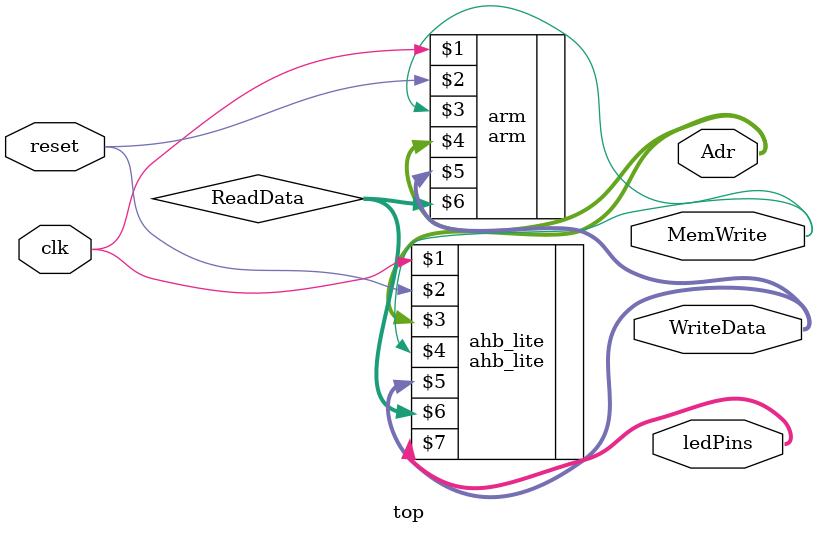
<source format=sv>
`timescale 1ns/1ps
module top(input  logic        clk, reset,
           output logic [31:0] WriteData, Adr,
           output logic        MemWrite,
           output logic [2:0] ledPins
           );

  logic [31:0] ReadData;

  // instantiate processor and shared memroy
  arm arm(clk, reset, MemWrite, Adr, WriteData, ReadData);
  ahb_lite ahb_lite(clk, reset, Adr, MemWrite, WriteData, ReadData, ledPins);

endmodule

</source>
